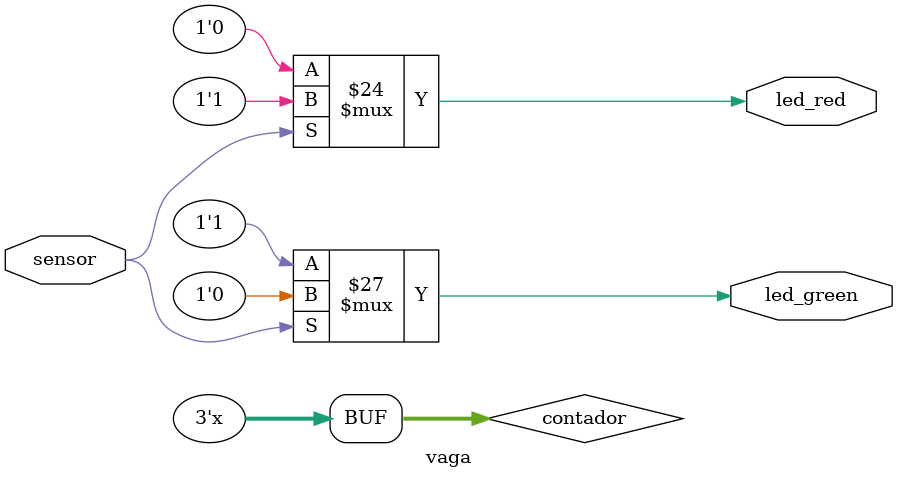
<source format=v>
module vaga (sensor, led_green, led_red);

input sensor;
output reg led_green;
output reg led_red;

reg[2:0] contador = 3'b000;
 
always@(*) begin
	//reset = 0;
	if(~sensor)begin
	//	reset = 1;
		led_green = 1'b1;
		led_red = 1'b0; 
		if(contador > 3'b000) begin
			contador = contador - 1; end
	end
	else begin
		led_green = 1'b0;
		led_red = 1'b1;
		if(contador < 3'b110) begin
			contador = contador + 1; end
	end
		
end 
endmodule 
</source>
